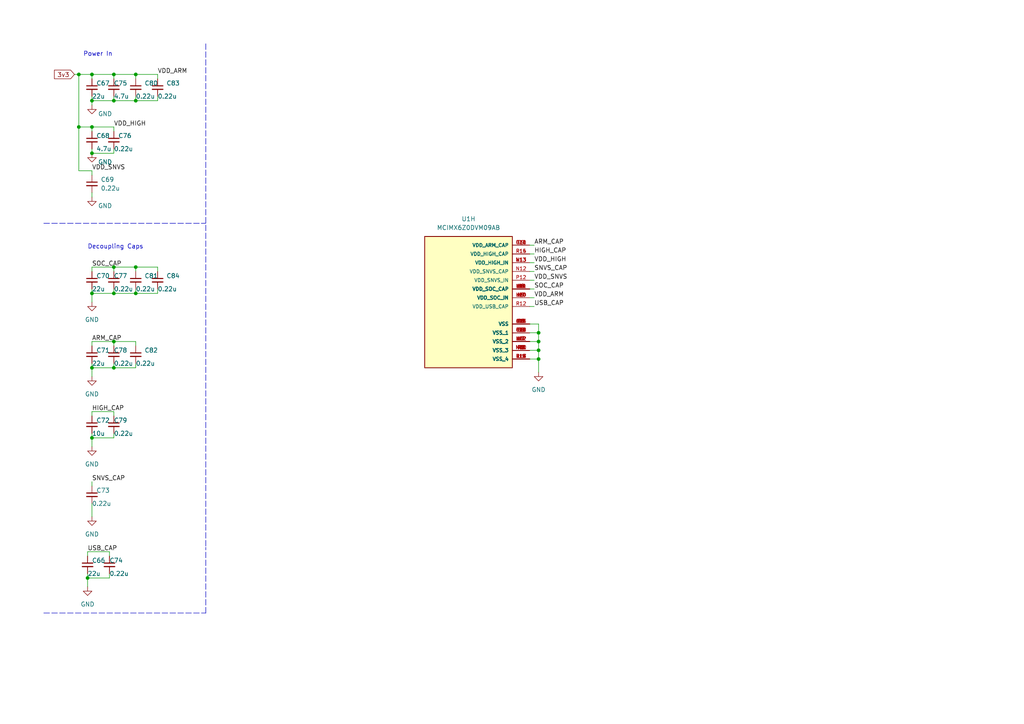
<source format=kicad_sch>
(kicad_sch (version 20211123) (generator eeschema)
  (paper "A4")
  (lib_symbols
    (symbol "Device:C_Small" (pin_numbers hide) (pin_names (offset 0.254) hide)
      (property "Reference" "C" (at 0.254 1.778 0))
      (property "Value" "C_Small" (at 0.254 -2.032 0))
      (symbol "C_Small_0_1"
        (polyline (pts (xy -1.524 -0.508) (xy 1.524 -0.508)) (stroke (width 0.3302)))
        (polyline (pts (xy -1.524 0.508) (xy 1.524 0.508)) (stroke (width 0.3048)))
      )
      (symbol "C_Small_1_1"
        (pin passive line (at 0 2.54 270) (length 2.032) (name "~") (number "1"))
        (pin passive line (at 0 -2.54 90) (length 2.032) (name "~") (number "2"))
      )
    )
    (symbol "MCIMX6Z0DVM09AB:MCIMX6Z0DVM09AB" (pin_names (offset 1.016))
      (property "Reference" "U" (at -33.02 31.75 0))
      (property "Value" "MCIMX6Z0DVM09AB" (at -33.02 -31.75 0))
      (symbol "MCIMX6Z0DVM09AB_1_0"
        (rectangle (start -33.02 -30.48) (end 33.02 30.48) (stroke (width 0.254)) (fill (type background)))
        (pin input clock (at -38.1 -5.08 0) (length 5.08) (name "I2C2_SCL") (number "F17"))
        (pin bidirectional line (at -38.1 -7.62 0) (length 5.08) (name "I2C2_SDA") (number "G13"))
        (pin power_in line (at 38.1 -27.94 180) (length 5.08) (name "NGND_KEL0") (number "M12"))
        (pin input clock (at 38.1 -10.16 180) (length 5.08) (name "JTAG_TCK") (number "M14"))
        (pin input line (at 38.1 -20.32 180) (length 5.08) (name "JTAG_TRST_B") (number "N14"))
        (pin output line (at 38.1 -15.24 180) (length 5.08) (name "JTAG_TDO") (number "N15"))
        (pin input line (at 38.1 -12.7 180) (length 5.08) (name "JTAG_TDI") (number "N16"))
        (pin input line (at -38.1 17.78 0) (length 5.08) (name "TEST_MODE") (number "N7"))
        (pin power_in line (at 38.1 27.94 180) (length 5.08) (name "NVCC_PLL") (number "P13"))
        (pin input line (at 38.1 -17.78 180) (length 5.08) (name "JTAG_TMS") (number "P14"))
        (pin input line (at 38.1 -7.62 180) (length 5.08) (name "JTAG_MOD") (number "P15"))
        (pin input clock (at -38.1 5.08 0) (length 5.08) (name "CCM_CLK1_N") (number "P16"))
        (pin input clock (at -38.1 2.54 0) (length 5.08) (name "CCM_CLK1_P") (number "P17"))
        (pin input line (at -38.1 20.32 0) (length 5.08) (name "POR_B") (number "P8"))
        (pin bidirectional line (at 38.1 22.86 180) (length 5.08) (name "GPANIO") (number "R13"))
        (pin input line (at -38.1 22.86 0) (length 5.08) (name "ONOFF") (number "R8"))
        (pin input line (at -38.1 12.7 0) (length 5.08) (name "BOOT_MODE0") (number "T10"))
        (pin input line (at -38.1 -20.32 0) (length 5.08) (name "RTC_XTALI") (number "T11"))
        (pin power_in line (at 38.1 5.08 180) (length 5.08) (name "USB_OTG1_VBUS") (number "T12"))
        (pin bidirectional line (at 38.1 2.54 180) (length 5.08) (name "USB_OTG2_DN") (number "T13"))
        (pin bidirectional line (at 38.1 10.16 180) (length 5.08) (name "USB_OTG1_DN") (number "T15"))
        (pin input line (at -38.1 -12.7 0) (length 5.08) (name "XTALI") (number "T16"))
        (pin output line (at -38.1 -15.24 0) (length 5.08) (name "XTALO") (number "T17"))
        (pin output line (at 38.1 17.78 180) (length 5.08) (name "SNVS_PMIC_ON_REQ") (number "T9"))
        (pin input line (at -38.1 10.16 0) (length 5.08) (name "BOOT_MODE1") (number "U10"))
        (pin output line (at -38.1 -22.86 0) (length 5.08) (name "RTC_XTALO") (number "U11"))
        (pin power_in line (at 38.1 -2.54 180) (length 5.08) (name "USB_OTG2_VBUS") (number "U12"))
        (pin bidirectional line (at 38.1 0 180) (length 5.08) (name "USB_OTG2_DP") (number "U13"))
        (pin bidirectional line (at 38.1 7.62 180) (length 5.08) (name "USB_OTG1_DP") (number "U15"))
        (pin bidirectional line (at 38.1 12.7 180) (length 5.08) (name "USB_OTG1_CHD_B") (number "U16"))
        (pin output line (at -38.1 0 0) (length 5.08) (name "CCM_PMIC_STBY_REQ") (number "U9"))
      )
      (symbol "MCIMX6Z0DVM09AB_2_0"
        (rectangle (start -25.4 -48.26) (end 25.4 45.72) (stroke (width 0.254)) (fill (type background)))
        (pin output line (at 30.48 17.78 180) (length 5.08) (name "DRAM_ODT1") (number "F1"))
        (pin output line (at 30.48 -43.18 180) (length 5.08) (name "DRAM_ADDR14") (number "G1"))
        (pin output line (at 30.48 -22.86 180) (length 5.08) (name "DRAM_ADDR06") (number "G2"))
        (pin output line (at 30.48 12.7 180) (length 5.08) (name "DRAM_RESET") (number "G4"))
        (pin power_in line (at 30.48 40.64 180) (length 5.08) (name "NVCC_DRAM") (number "G6"))
        (pin output line (at 30.48 7.62 180) (length 5.08) (name "DRAM_SDBA1") (number "H1"))
        (pin output line (at 30.48 -10.16 180) (length 5.08) (name "DRAM_ADDR01") (number "H2"))
        (pin output line (at 30.48 -40.64 180) (length 5.08) (name "DRAM_ADDR13") (number "H3"))
        (pin output line (at 30.48 -25.4 180) (length 5.08) (name "DRAM_ADDR07") (number "H4"))
        (pin output line (at 30.48 27.94 180) (length 5.08) (name "DRAM_CS1_B") (number "H5"))
        (pin power_in line (at 30.48 40.64 180) (length 5.08) (name "NVCC_DRAM") (number "H6"))
        (pin output line (at 30.48 -2.54 180) (length 5.08) (name "DRAM_SDWE_B") (number "J1"))
        (pin output line (at 30.48 33.02 180) (length 5.08) (name "DRAM_CAS_B") (number "J2"))
        (pin output line (at 30.48 0 180) (length 5.08) (name "DRAM_SDCKE1") (number "J3"))
        (pin output line (at 30.48 -27.94 180) (length 5.08) (name "DRAM_ADDR08") (number "J4"))
        (pin power_in line (at 30.48 40.64 180) (length 5.08) (name "NVCC_DRAM") (number "J6"))
        (pin output line (at 30.48 -12.7 180) (length 5.08) (name "DRAM_ADDR02") (number "K1"))
        (pin output line (at 30.48 5.08 180) (length 5.08) (name "DRAM_SDBA2") (number "K2"))
        (pin output line (at 30.48 -35.56 180) (length 5.08) (name "DRAM_ADDR11") (number "K3"))
        (pin output line (at 30.48 -17.78 180) (length 5.08) (name "DRAM_ADDR04") (number "K4"))
        (pin output line (at 30.48 -45.72 180) (length 5.08) (name "DRAM_ADDR15") (number "K5"))
        (pin power_in line (at 30.48 40.64 180) (length 5.08) (name "NVCC_DRAM") (number "K6"))
        (pin output line (at 30.48 -20.32 180) (length 5.08) (name "DRAM_ADDR05") (number "L1"))
        (pin output line (at 30.48 -30.48 180) (length 5.08) (name "DRAM_ADDR09") (number "L2"))
        (pin output line (at 30.48 -38.1 180) (length 5.08) (name "DRAM_ADDR12") (number "L4"))
        (pin output line (at 30.48 -7.62 180) (length 5.08) (name "DRAM_ADDR00") (number "L5"))
        (pin power_in line (at 30.48 40.64 180) (length 5.08) (name "NVCC_DRAM") (number "L6"))
        (pin output line (at 30.48 10.16 180) (length 5.08) (name "DRAM_SDBA0") (number "M1"))
        (pin output line (at 30.48 -15.24 180) (length 5.08) (name "DRAM_ADDR03") (number "M2"))
        (pin output line (at 30.48 2.54 180) (length 5.08) (name "DRAM_SDCKE0") (number "M3"))
        (pin output line (at 30.48 -33.02 180) (length 5.08) (name "DRAM_ADDR10") (number "M4"))
        (pin output line (at 30.48 15.24 180) (length 5.08) (name "DRAM_RAS_B") (number "M5"))
        (pin power_in line (at 30.48 40.64 180) (length 5.08) (name "NVCC_DRAM") (number "M6"))
        (pin output line (at 30.48 20.32 180) (length 5.08) (name "DRAM_ODT0") (number "N1"))
        (pin output line (at 30.48 30.48 180) (length 5.08) (name "DRAM_CS0_B") (number "N2"))
        (pin input line (at -30.48 10.16 0) (length 5.08) (name "DRAM_ZQPAD") (number "N4"))
        (pin power_in line (at 30.48 38.1 180) (length 5.08) (name "NVCC_DRAM_2P5") (number "N6"))
        (pin input clock (at -30.48 30.48 0) (length 5.08) (name "DRAM_SDCLK0_P") (number "P1"))
        (pin input clock (at -30.48 33.02 0) (length 5.08) (name "DRAM_SDCLK0_N") (number "P2"))
        (pin input line (at -30.48 -40.64 0) (length 5.08) (name "DRAM_DATA13") (number "P3"))
        (pin power_in line (at 30.48 43.18 180) (length 5.08) (name "DRAM_VREF") (number "P4"))
        (pin input line (at -30.48 -38.1 0) (length 5.08) (name "DRAM_DATA12") (number "P5"))
        (pin input line (at -30.48 25.4 0) (length 5.08) (name "DRAM_SDQS0_P") (number "P6"))
        (pin input line (at -30.48 22.86 0) (length 5.08) (name "DRAM_SDQS0_N") (number "P7"))
        (pin input line (at -30.48 -45.72 0) (length 5.08) (name "DRAM_DATA15") (number "R1"))
        (pin input line (at -30.48 -43.18 0) (length 5.08) (name "DRAM_DATA14") (number "R2"))
        (pin input line (at -30.48 -35.56 0) (length 5.08) (name "DRAM_DATA11") (number "R4"))
        (pin input line (at -30.48 17.78 0) (length 5.08) (name "DRAM_SDQS1_P") (number "T1"))
        (pin input line (at -30.48 15.24 0) (length 5.08) (name "DRAM_SDQS1_N") (number "T2"))
        (pin output line (at 30.48 22.86 180) (length 5.08) (name "DRAM_DQM1") (number "T3"))
        (pin input line (at -30.48 -7.62 0) (length 5.08) (name "DRAM_DATA00") (number "T4"))
        (pin input line (at -30.48 -22.86 0) (length 5.08) (name "DRAM_DATA06") (number "T5"))
        (pin input line (at -30.48 -12.7 0) (length 5.08) (name "DRAM_DATA02") (number "T6"))
        (pin output line (at 30.48 25.4 180) (length 5.08) (name "DRAM_DQM0") (number "T7"))
        (pin input line (at -30.48 -20.32 0) (length 5.08) (name "DRAM_DATA05") (number "T8"))
        (pin input line (at -30.48 -27.94 0) (length 5.08) (name "DRAM_DATA08") (number "U2"))
        (pin input line (at -30.48 -30.48 0) (length 5.08) (name "DRAM_DATA09") (number "U3"))
        (pin input line (at -30.48 -25.4 0) (length 5.08) (name "DRAM_DATA07") (number "U4"))
        (pin input line (at -30.48 -33.02 0) (length 5.08) (name "DRAM_DATA10") (number "U5"))
        (pin input line (at -30.48 -10.16 0) (length 5.08) (name "DRAM_DATA01") (number "U6"))
        (pin input line (at -30.48 -15.24 0) (length 5.08) (name "DRAM_DATA03") (number "U7"))
        (pin input line (at -30.48 -17.78 0) (length 5.08) (name "DRAM_DATA04") (number "U8"))
      )
      (symbol "MCIMX6Z0DVM09AB_3_0"
        (rectangle (start -20.32 -55.88) (end 20.32 55.88) (stroke (width 0.254)) (fill (type background)))
        (pin bidirectional line (at -25.4 -10.16 0) (length 5.08) (name "GPIO3_IO11") (number "A10"))
        (pin bidirectional line (at -25.4 -17.78 0) (length 5.08) (name "GPIO3_IO14") (number "A11"))
        (pin bidirectional line (at -25.4 -30.48 0) (length 5.08) (name "GPIO3_IO19") (number "A12"))
        (pin bidirectional line (at -25.4 -40.64 0) (length 5.08) (name "GPIO3_IO23") (number "A13"))
        (pin bidirectional line (at -25.4 -50.8 0) (length 5.08) (name "GPIO3_IO27") (number "A14"))
        (pin bidirectional line (at -25.4 17.78 0) (length 5.08) (name "GPIO3_IO00") (number "A8"))
        (pin bidirectional line (at -25.4 2.54 0) (length 5.08) (name "GPIO3_IO06") (number "A9"))
        (pin bidirectional line (at -25.4 -7.62 0) (length 5.08) (name "GPIO3_IO10") (number "B10"))
        (pin bidirectional line (at -25.4 -15.24 0) (length 5.08) (name "GPIO3_IO13") (number "B11"))
        (pin bidirectional line (at -25.4 -27.94 0) (length 5.08) (name "GPIO3_IO18") (number "B12"))
        (pin bidirectional line (at -25.4 -38.1 0) (length 5.08) (name "GPIO3_IO22") (number "B13"))
        (pin bidirectional line (at -25.4 -48.26 0) (length 5.08) (name "GPIO3_IO26") (number "B14"))
        (pin bidirectional line (at -25.4 -53.34 0) (length 5.08) (name "GPIO3_IO28") (number "B16"))
        (pin bidirectional line (at -25.4 15.24 0) (length 5.08) (name "GPIO3_IO01") (number "B8"))
        (pin bidirectional line (at -25.4 5.08 0) (length 5.08) (name "GPIO3_IO05") (number "B9"))
        (pin bidirectional line (at -25.4 -5.08 0) (length 5.08) (name "GPIO3_IO09") (number "C10"))
        (pin bidirectional line (at -25.4 -25.4 0) (length 5.08) (name "GPIO3_IO17") (number "C12"))
        (pin bidirectional line (at -25.4 -35.56 0) (length 5.08) (name "GPIO3_IO21") (number "C13"))
        (pin bidirectional line (at -25.4 -45.72 0) (length 5.08) (name "GPIO3_IO25") (number "C14"))
        (pin bidirectional line (at -25.4 10.16 0) (length 5.08) (name "GPIO3_IO03") (number "C9"))
        (pin bidirectional line (at -25.4 -2.54 0) (length 5.08) (name "GPIO3_IO08") (number "D10"))
        (pin bidirectional line (at -25.4 -12.7 0) (length 5.08) (name "GPIO3_IO12") (number "D11"))
        (pin bidirectional line (at -25.4 -22.86 0) (length 5.08) (name "GPIO3_IO16") (number "D12"))
        (pin bidirectional line (at -25.4 -33.02 0) (length 5.08) (name "GPIO3_IO20") (number "D13"))
        (pin bidirectional line (at -25.4 -43.18 0) (length 5.08) (name "GPIO3_IO24") (number "D14"))
        (pin bidirectional line (at -25.4 12.7 0) (length 5.08) (name "GPIO3_IO02") (number "D9"))
        (pin bidirectional line (at -25.4 0 0) (length 5.08) (name "GPIO3_IO07") (number "E10"))
        (pin bidirectional line (at -25.4 -20.32 0) (length 5.08) (name "GPIO3_IO15") (number "E12"))
        (pin power_in line (at 25.4 50.8 180) (length 5.08) (name "NVCC_GPIO3") (number "E13"))
        (pin bidirectional line (at -25.4 7.62 0) (length 5.08) (name "GPIO3_IO04") (number "E9"))
        (pin power_in line (at 25.4 53.34 180) (length 5.08) (name "NVCC_GPIO") (number "J13"))
        (pin bidirectional line (at -25.4 45.72 0) (length 5.08) (name "GPIO1_IO00") (number "K13"))
        (pin bidirectional line (at -25.4 30.48 0) (length 5.08) (name "GPIO1_IO06") (number "K17"))
        (pin bidirectional line (at -25.4 40.64 0) (length 5.08) (name "GPIO1_IO02") (number "L14"))
        (pin bidirectional line (at -25.4 43.18 0) (length 5.08) (name "GPIO1_IO01") (number "L15"))
        (pin bidirectional line (at -25.4 27.94 0) (length 5.08) (name "GPIO1_IO07") (number "L16"))
        (pin bidirectional line (at -25.4 38.1 0) (length 5.08) (name "GPIO1_IO03") (number "L17"))
        (pin bidirectional line (at -25.4 22.86 0) (length 5.08) (name "GPIO1_IO09") (number "M15"))
        (pin bidirectional line (at -25.4 35.56 0) (length 5.08) (name "GPIO1_IO04") (number "M16"))
        (pin bidirectional line (at -25.4 33.02 0) (length 5.08) (name "GPIO1_IO05") (number "M17"))
        (pin bidirectional line (at 25.4 27.94 180) (length 5.08) (name "GPIO5_IO07") (number "N10"))
        (pin bidirectional line (at 25.4 30.48 180) (length 5.08) (name "GPIO5_IO06") (number "N11"))
        (pin bidirectional line (at -25.4 25.4 0) (length 5.08) (name "GPIO1_IO08") (number "N17"))
        (pin bidirectional line (at 25.4 33.02 180) (length 5.08) (name "GPIO5_IO05") (number "N8"))
        (pin bidirectional line (at 25.4 25.4 180) (length 5.08) (name "GPIO5_IO08") (number "N9"))
        (pin bidirectional line (at 25.4 38.1 180) (length 5.08) (name "GPIO5_IO03") (number "P10"))
        (pin bidirectional line (at 25.4 40.64 180) (length 5.08) (name "GPIO5_IO02") (number "P11"))
        (pin bidirectional line (at 25.4 35.56 180) (length 5.08) (name "GPIO5_IO04") (number "P9"))
        (pin bidirectional line (at 25.4 45.72 180) (length 5.08) (name "GPIO5_IO00") (number "R10"))
        (pin bidirectional line (at 25.4 22.86 180) (length 5.08) (name "GPIO5_IO09") (number "R6"))
        (pin bidirectional line (at 25.4 43.18 180) (length 5.08) (name "GPIO5_IO01") (number "R9"))
      )
      (symbol "MCIMX6Z0DVM09AB_4_0"
        (rectangle (start -25.4 -25.4) (end 25.4 25.4) (stroke (width 0.254)) (fill (type background)))
        (pin input line (at -30.48 -10.16 0) (length 5.08) (name "UART3_RTS_B") (number "G14"))
        (pin output line (at -30.48 -20.32 0) (length 5.08) (name "UART4_RX_DATA") (number "G16"))
        (pin input line (at -30.48 -22.86 0) (length 5.08) (name "UART4_TX_DATA") (number "G17"))
        (pin power_in line (at 30.48 22.86 180) (length 5.08) (name "NVCC_UART") (number "H13"))
        (pin input line (at -30.48 2.54 0) (length 5.08) (name "UART2_RTS_B") (number "H14"))
        (pin input line (at -30.48 -7.62 0) (length 5.08) (name "UART3_CTS_B") (number "H15"))
        (pin output line (at -30.48 -12.7 0) (length 5.08) (name "UART3_RX_DATA") (number "H16"))
        (pin input line (at -30.48 -15.24 0) (length 5.08) (name "UART3_TX_DATA") (number "H17"))
        (pin input line (at -30.48 15.24 0) (length 5.08) (name "UART1_RTS_B") (number "J14"))
        (pin input line (at -30.48 5.08 0) (length 5.08) (name "UART2_CTS_B") (number "J15"))
        (pin output line (at -30.48 0 0) (length 5.08) (name "UART2_RX_DATA") (number "J16"))
        (pin input line (at -30.48 -2.54 0) (length 5.08) (name "UART2_TX_DATA") (number "J17"))
        (pin input line (at -30.48 10.16 0) (length 5.08) (name "UART1_TX_DATA") (number "K14"))
        (pin input line (at -30.48 17.78 0) (length 5.08) (name "UART1_CTS_B") (number "K15"))
        (pin output line (at -30.48 12.7 0) (length 5.08) (name "UART1_RX_DATA") (number "K16"))
      )
      (symbol "MCIMX6Z0DVM09AB_5_0"
        (rectangle (start -22.86 -27.94) (end 22.86 25.4) (stroke (width 0.254)) (fill (type background)))
        (pin input line (at -27.94 2.54 0) (length 5.08) (name "NAND_READY_B") (number "A3"))
        (pin input line (at -27.94 10.16 0) (length 5.08) (name "NAND_CLE") (number "A4"))
        (pin bidirectional line (at -27.94 -25.4 0) (length 5.08) (name "NAND_DATA07") (number "A5"))
        (pin bidirectional line (at -27.94 -22.86 0) (length 5.08) (name "NAND_DATA06") (number "A6"))
        (pin bidirectional line (at -27.94 -12.7 0) (length 5.08) (name "NAND_DATA02") (number "A7"))
        (pin input line (at -27.94 17.78 0) (length 5.08) (name "NAND_ALE") (number "B4"))
        (pin input line (at -27.94 12.7 0) (length 5.08) (name "NAND_CE1_B") (number "B5"))
        (pin bidirectional line (at -27.94 -20.32 0) (length 5.08) (name "NAND_DATA05") (number "B6"))
        (pin bidirectional line (at -27.94 -10.16 0) (length 5.08) (name "NAND_DATA01") (number "B7"))
        (pin input line (at -27.94 15.24 0) (length 5.08) (name "NAND_CE0_B") (number "C5"))
        (pin bidirectional line (at -27.94 -17.78 0) (length 5.08) (name "NAND_DATA04") (number "C6"))
        (pin input line (at -27.94 0 0) (length 5.08) (name "NAND_WE_B") (number "C8"))
        (pin input line (at -27.94 -2.54 0) (length 5.08) (name "NAND_WP_B") (number "D5"))
        (pin bidirectional line (at -27.94 -15.24 0) (length 5.08) (name "NAND_DATA03") (number "D6"))
        (pin bidirectional line (at -27.94 -7.62 0) (length 5.08) (name "NAND_DATA00") (number "D7"))
        (pin input line (at -27.94 5.08 0) (length 5.08) (name "NAND_RE_B") (number "D8"))
        (pin input line (at -27.94 7.62 0) (length 5.08) (name "NAND_DQS") (number "E6"))
        (pin power_in line (at 27.94 22.86 180) (length 5.08) (name "NVCC_NAND") (number "E7"))
      )
      (symbol "MCIMX6Z0DVM09AB_6_0"
        (rectangle (start -17.78 -27.94) (end 17.78 30.48) (stroke (width 0.254)) (fill (type background)))
        (pin bidirectional line (at -22.86 7.62 0) (length 5.08) (name "SD1_DATA3") (number "A2"))
        (pin bidirectional line (at -22.86 10.16 0) (length 5.08) (name "SD1_DATA2") (number "B1"))
        (pin bidirectional line (at -22.86 12.7 0) (length 5.08) (name "SD1_DATA1") (number "B2"))
        (pin bidirectional line (at -22.86 15.24 0) (length 5.08) (name "SD1_DATA0") (number "B3"))
        (pin input clock (at -22.86 20.32 0) (length 5.08) (name "SD1_CLK") (number "C1"))
        (pin input line (at -22.86 17.78 0) (length 5.08) (name "SD1_CMD") (number "C2"))
        (pin power_in line (at 22.86 27.94 180) (length 5.08) (name "NVCC_SD1") (number "C4"))
        (pin bidirectional line (at -22.86 -25.4 0) (length 5.08) (name "SD2_DATA7") (number "D1"))
        (pin bidirectional line (at -22.86 -22.86 0) (length 5.08) (name "SD2_DATA6") (number "D2"))
        (pin bidirectional line (at -22.86 -20.32 0) (length 5.08) (name "SD2_DATA5") (number "D3"))
        (pin bidirectional line (at -22.86 -17.78 0) (length 5.08) (name "SD2_DATA4") (number "D4"))
        (pin bidirectional line (at -22.86 -15.24 0) (length 5.08) (name "SD2_DATA3") (number "E1"))
        (pin bidirectional line (at -22.86 -12.7 0) (length 5.08) (name "SD2_DATA2") (number "E2"))
        (pin bidirectional line (at -22.86 -10.16 0) (length 5.08) (name "SD2_DATA1") (number "E3"))
        (pin bidirectional line (at -22.86 -7.62 0) (length 5.08) (name "SD2_DATA0") (number "E4"))
        (pin input line (at -22.86 -5.08 0) (length 5.08) (name "SD2_WP") (number "E5"))
        (pin input clock (at -22.86 0 0) (length 5.08) (name "SD2_CLK") (number "F2"))
        (pin input line (at -22.86 -2.54 0) (length 5.08) (name "SD2_CMD") (number "F3"))
        (pin power_in line (at 22.86 25.4 180) (length 5.08) (name "NVCC_SD2") (number "F4"))
        (pin input line (at -22.86 2.54 0) (length 5.08) (name "SD2_CD_B") (number "F5"))
      )
      (symbol "MCIMX6Z0DVM09AB_7_0"
        (rectangle (start -15.24 -25.4) (end 15.24 25.4) (stroke (width 0.254)) (fill (type background)))
        (pin input line (at -20.32 5.08 0) (length 5.08) (name "KPP_COL5") (number "A15"))
        (pin input line (at -20.32 -20.32 0) (length 5.08) (name "KPP_ROW6") (number "A16"))
        (pin input line (at -20.32 2.54 0) (length 5.08) (name "KPP_COL6") (number "B15"))
        (pin input line (at -20.32 -17.78 0) (length 5.08) (name "KPP_ROW5") (number "B17"))
        (pin input line (at -20.32 7.62 0) (length 5.08) (name "KPP_COL4") (number "C16"))
        (pin input line (at -20.32 -15.24 0) (length 5.08) (name "KPP_ROW4") (number "C17"))
        (pin input line (at -20.32 10.16 0) (length 5.08) (name "KPP_COL3") (number "D15"))
        (pin input line (at -20.32 0 0) (length 5.08) (name "KPP_COL7") (number "D16"))
        (pin input line (at -20.32 -22.86 0) (length 5.08) (name "KPP_ROW7") (number "D17"))
        (pin input line (at -20.32 -10.16 0) (length 5.08) (name "KPP_ROW2") (number "E14"))
        (pin input line (at -20.32 15.24 0) (length 5.08) (name "KPP_COL1") (number "E15"))
        (pin input line (at -20.32 -7.62 0) (length 5.08) (name "KPP_ROW1") (number "E16"))
        (pin input line (at -20.32 17.78 0) (length 5.08) (name "KPP_COL0") (number "E17"))
        (pin power_in line (at 20.32 22.86 180) (length 5.08) (name "NVCC_KPP") (number "F13"))
        (pin input line (at -20.32 -12.7 0) (length 5.08) (name "KPP_ROW3") (number "F14"))
        (pin input line (at -20.32 12.7 0) (length 5.08) (name "KPP_COL2") (number "F15"))
        (pin input line (at -20.32 -5.08 0) (length 5.08) (name "KPP_ROW0") (number "F16"))
      )
      (symbol "MCIMX6Z0DVM09AB_8_0"
        (rectangle (start -12.7 -20.32) (end 12.7 17.78) (stroke (width 0.254)) (fill (type background)))
        (pin power_in line (at 17.78 -7.62 180) (length 5.08) (name "VSS") (number "A1"))
        (pin power_in line (at 17.78 -7.62 180) (length 5.08) (name "VSS") (number "A17"))
        (pin power_in line (at 17.78 -7.62 180) (length 5.08) (name "VSS") (number "C11"))
        (pin power_in line (at 17.78 -7.62 180) (length 5.08) (name "VSS") (number "C15"))
        (pin power_in line (at 17.78 -7.62 180) (length 5.08) (name "VSS") (number "C3"))
        (pin power_in line (at 17.78 -7.62 180) (length 5.08) (name "VSS") (number "C7"))
        (pin power_in line (at 17.78 -7.62 180) (length 5.08) (name "VSS") (number "E11"))
        (pin power_in line (at 17.78 -7.62 180) (length 5.08) (name "VSS") (number "E8"))
        (pin power_in line (at 17.78 -10.16 180) (length 5.08) (name "VSS_1") (number "F10"))
        (pin power_in line (at 17.78 -10.16 180) (length 5.08) (name "VSS_1") (number "F11"))
        (pin power_in line (at 17.78 -10.16 180) (length 5.08) (name "VSS_1") (number "F12"))
        (pin power_in line (at 17.78 -7.62 180) (length 5.08) (name "VSS") (number "F6"))
        (pin power_in line (at 17.78 -7.62 180) (length 5.08) (name "VSS") (number "F7"))
        (pin power_in line (at 17.78 -10.16 180) (length 5.08) (name "VSS_1") (number "F8"))
        (pin power_in line (at 17.78 -10.16 180) (length 5.08) (name "VSS_1") (number "F9"))
        (pin power_in line (at 17.78 15.24 180) (length 5.08) (name "VDD_ARM_CAP") (number "G10"))
        (pin power_in line (at 17.78 15.24 180) (length 5.08) (name "VDD_ARM_CAP") (number "G11"))
        (pin power_in line (at 17.78 -10.16 180) (length 5.08) (name "VSS_1") (number "G12"))
        (pin power_in line (at 17.78 -10.16 180) (length 5.08) (name "VSS_1") (number "G15"))
        (pin power_in line (at 17.78 -10.16 180) (length 5.08) (name "VSS_1") (number "G3"))
        (pin power_in line (at 17.78 -10.16 180) (length 5.08) (name "VSS_1") (number "G5"))
        (pin power_in line (at 17.78 -10.16 180) (length 5.08) (name "VSS_1") (number "G7"))
        (pin power_in line (at 17.78 2.54 180) (length 5.08) (name "VDD_SOC_CAP") (number "G8"))
        (pin power_in line (at 17.78 15.24 180) (length 5.08) (name "VDD_ARM_CAP") (number "G9"))
        (pin power_in line (at 17.78 0 180) (length 5.08) (name "VDD_SOC_IN") (number "H10"))
        (pin power_in line (at 17.78 15.24 180) (length 5.08) (name "VDD_ARM_CAP") (number "H11"))
        (pin power_in line (at 17.78 -12.7 180) (length 5.08) (name "VSS_2") (number "H12"))
        (pin power_in line (at 17.78 -12.7 180) (length 5.08) (name "VSS_2") (number "H7"))
        (pin power_in line (at 17.78 2.54 180) (length 5.08) (name "VDD_SOC_CAP") (number "H8"))
        (pin power_in line (at 17.78 0 180) (length 5.08) (name "VDD_SOC_IN") (number "H9"))
        (pin power_in line (at 17.78 0 180) (length 5.08) (name "VDD_SOC_IN") (number "J10"))
        (pin power_in line (at 17.78 2.54 180) (length 5.08) (name "VDD_SOC_CAP") (number "J11"))
        (pin power_in line (at 17.78 -12.7 180) (length 5.08) (name "VSS_2") (number "J12"))
        (pin power_in line (at 17.78 -12.7 180) (length 5.08) (name "VSS_2") (number "J5"))
        (pin power_in line (at 17.78 -12.7 180) (length 5.08) (name "VSS_2") (number "J7"))
        (pin power_in line (at 17.78 2.54 180) (length 5.08) (name "VDD_SOC_CAP") (number "J8"))
        (pin power_in line (at 17.78 0 180) (length 5.08) (name "VDD_SOC_IN") (number "J9"))
        (pin power_in line (at 17.78 0 180) (length 5.08) (name "VDD_SOC_IN") (number "K10"))
        (pin power_in line (at 17.78 2.54 180) (length 5.08) (name "VDD_SOC_CAP") (number "K11"))
        (pin power_in line (at 17.78 -12.7 180) (length 5.08) (name "VSS_2") (number "K12"))
        (pin power_in line (at 17.78 -12.7 180) (length 5.08) (name "VSS_2") (number "K7"))
        (pin power_in line (at 17.78 2.54 180) (length 5.08) (name "VDD_SOC_CAP") (number "K8"))
        (pin power_in line (at 17.78 0 180) (length 5.08) (name "VDD_SOC_IN") (number "K9"))
        (pin power_in line (at 17.78 2.54 180) (length 5.08) (name "VDD_SOC_CAP") (number "L10"))
        (pin power_in line (at 17.78 2.54 180) (length 5.08) (name "VDD_SOC_CAP") (number "L11"))
        (pin power_in line (at 17.78 -12.7 180) (length 5.08) (name "VSS_2") (number "L12"))
        (pin power_in line (at 17.78 10.16 180) (length 5.08) (name "VDD_HIGH_IN") (number "L13"))
        (pin power_in line (at 17.78 -12.7 180) (length 5.08) (name "VSS_2") (number "L3"))
        (pin power_in line (at 17.78 -12.7 180) (length 5.08) (name "VSS_2") (number "L7"))
        (pin power_in line (at 17.78 2.54 180) (length 5.08) (name "VDD_SOC_CAP") (number "L8"))
        (pin power_in line (at 17.78 2.54 180) (length 5.08) (name "VDD_SOC_CAP") (number "L9"))
        (pin power_in line (at 17.78 -15.24 180) (length 5.08) (name "VSS_3") (number "M10"))
        (pin power_in line (at 17.78 -15.24 180) (length 5.08) (name "VSS_3") (number "M11"))
        (pin power_in line (at 17.78 10.16 180) (length 5.08) (name "VDD_HIGH_IN") (number "M13"))
        (pin power_in line (at 17.78 -15.24 180) (length 5.08) (name "VSS_3") (number "M7"))
        (pin power_in line (at 17.78 -15.24 180) (length 5.08) (name "VSS_3") (number "M8"))
        (pin power_in line (at 17.78 -15.24 180) (length 5.08) (name "VSS_3") (number "M9"))
        (pin power_in line (at 17.78 7.62 180) (length 5.08) (name "VDD_SNVS_CAP") (number "N12"))
        (pin power_in line (at 17.78 10.16 180) (length 5.08) (name "VDD_HIGH_IN") (number "N13"))
        (pin power_in line (at 17.78 -15.24 180) (length 5.08) (name "VSS_3") (number "N3"))
        (pin power_in line (at 17.78 -15.24 180) (length 5.08) (name "VSS_3") (number "N5"))
        (pin power_in line (at 17.78 5.08 180) (length 5.08) (name "VDD_SNVS_IN") (number "P12"))
        (pin power_in line (at 17.78 -17.78 180) (length 5.08) (name "VSS_4") (number "R11"))
        (pin power_in line (at 17.78 -2.54 180) (length 5.08) (name "VDD_USB_CAP") (number "R12"))
        (pin power_in line (at 17.78 12.7 180) (length 5.08) (name "VDD_HIGH_CAP") (number "R14"))
        (pin power_in line (at 17.78 12.7 180) (length 5.08) (name "VDD_HIGH_CAP") (number "R15"))
        (pin power_in line (at 17.78 -17.78 180) (length 5.08) (name "VSS_4") (number "R16"))
        (pin power_in line (at 17.78 -17.78 180) (length 5.08) (name "VSS_4") (number "R17"))
        (pin power_in line (at 17.78 -15.24 180) (length 5.08) (name "VSS_3") (number "R3"))
        (pin power_in line (at 17.78 -15.24 180) (length 5.08) (name "VSS_3") (number "R5"))
        (pin power_in line (at 17.78 -15.24 180) (length 5.08) (name "VSS_3") (number "R7"))
        (pin power_in line (at 17.78 -17.78 180) (length 5.08) (name "VSS_4") (number "T14"))
        (pin power_in line (at 17.78 -17.78 180) (length 5.08) (name "VSS_4") (number "U1"))
        (pin power_in line (at 17.78 -17.78 180) (length 5.08) (name "VSS_4") (number "U14"))
        (pin power_in line (at 17.78 -17.78 180) (length 5.08) (name "VSS_4") (number "U17"))
      )
    )
    (symbol "power:GND" (power) (pin_names (offset 0))
      (property "Value" "GND" (at 0 -3.81 0))
      (symbol "GND_0_1"
        (polyline (pts (xy 0 0) (xy 0 -1.27) (xy 1.27 -1.27) (xy 0 -2.54) (xy -1.27 -1.27) (xy 0 -1.27)))
      )
      (symbol "GND_1_1"
        (pin power_in line (at 0 0 270) (length 0) hide (name "GND") (number "1"))
      )
    )
  )
  (junction (at 156.21 96.52))
  (junction (at 26.67 29.21))
  (junction (at 26.67 127))
  (junction (at 26.67 106.68))
  (junction (at 33.02 106.68))
  (junction (at 39.37 77.47))
  (junction (at 33.02 99.06))
  (junction (at 39.37 21.59))
  (junction (at 33.02 21.59))
  (junction (at 33.02 85.09))
  (junction (at 156.21 99.06))
  (junction (at 33.02 77.47))
  (junction (at 39.37 29.21))
  (junction (at 26.67 36.83))
  (junction (at 25.4 167.64))
  (junction (at 26.67 44.45))
  (junction (at 156.21 104.14))
  (junction (at 156.21 101.6))
  (junction (at 26.67 85.09))
  (junction (at 33.02 29.21))
  (junction (at 22.86 36.83))
  (junction (at 22.86 21.59))
  (junction (at 26.67 21.59))
  (junction (at 39.37 85.09))
  (wire (pts (xy 26.67 36.83) (xy 22.86 36.83)))
  (wire (pts (xy 25.4 160.02) (xy 25.4 161.29)))
  (wire (pts (xy 153.67 101.6) (xy 156.21 101.6)))
  (wire (pts (xy 39.37 105.41) (xy 39.37 106.68)))
  (wire (pts (xy 26.67 85.09) (xy 26.67 87.63)))
  (wire (pts (xy 26.67 77.47) (xy 33.02 77.47)))
  (wire (pts (xy 26.67 29.21) (xy 26.67 30.48)))
  (wire (pts (xy 39.37 21.59) (xy 39.37 22.86)))
  (wire (pts (xy 26.67 139.7) (xy 26.67 140.97)))
  (wire (pts (xy 156.21 104.14) (xy 156.21 107.95)))
  (polyline (pts (xy 12.7 64.77) (xy 58.42 64.77)))
  (wire (pts (xy 33.02 106.68) (xy 39.37 106.68)))
  (wire (pts (xy 26.67 85.09) (xy 33.02 85.09)))
  (wire (pts (xy 153.67 76.2) (xy 154.94 76.2)))
  (wire (pts (xy 153.67 81.28) (xy 154.94 81.28)))
  (wire (pts (xy 22.86 36.83) (xy 22.86 49.53)))
  (wire (pts (xy 33.02 21.59) (xy 39.37 21.59)))
  (wire (pts (xy 45.72 85.09) (xy 45.72 83.82)))
  (wire (pts (xy 33.02 125.73) (xy 33.02 127)))
  (wire (pts (xy 33.02 44.45) (xy 26.67 44.45)))
  (wire (pts (xy 25.4 166.37) (xy 25.4 167.64)))
  (wire (pts (xy 39.37 29.21) (xy 45.72 29.21)))
  (polyline (pts (xy 59.69 12.7) (xy 59.69 158.75)))
  (wire (pts (xy 26.67 55.88) (xy 26.67 57.15)))
  (wire (pts (xy 26.67 27.94) (xy 26.67 29.21)))
  (wire (pts (xy 39.37 21.59) (xy 45.72 21.59)))
  (wire (pts (xy 26.67 127) (xy 33.02 127)))
  (wire (pts (xy 26.67 43.18) (xy 26.67 44.45)))
  (wire (pts (xy 31.75 160.02) (xy 31.75 161.29)))
  (wire (pts (xy 22.86 36.83) (xy 22.86 21.59)))
  (wire (pts (xy 39.37 83.82) (xy 39.37 85.09)))
  (wire (pts (xy 26.67 106.68) (xy 26.67 109.22)))
  (wire (pts (xy 26.67 50.8) (xy 26.67 49.53)))
  (wire (pts (xy 26.67 119.38) (xy 26.67 120.65)))
  (wire (pts (xy 45.72 21.59) (xy 45.72 22.86)))
  (wire (pts (xy 26.67 49.53) (xy 22.86 49.53)))
  (wire (pts (xy 45.72 77.47) (xy 45.72 78.74)))
  (polyline (pts (xy 12.7 177.8) (xy 59.69 177.8)))
  (wire (pts (xy 25.4 167.64) (xy 31.75 167.64)))
  (wire (pts (xy 45.72 29.21) (xy 45.72 27.94)))
  (wire (pts (xy 156.21 99.06) (xy 156.21 101.6)))
  (wire (pts (xy 26.67 127) (xy 26.67 129.54)))
  (wire (pts (xy 21.59 21.59) (xy 22.86 21.59)))
  (wire (pts (xy 33.02 29.21) (xy 39.37 29.21)))
  (wire (pts (xy 39.37 77.47) (xy 45.72 77.47)))
  (wire (pts (xy 31.75 166.37) (xy 31.75 167.64)))
  (wire (pts (xy 26.67 29.21) (xy 33.02 29.21)))
  (wire (pts (xy 33.02 85.09) (xy 39.37 85.09)))
  (wire (pts (xy 153.67 88.9) (xy 154.94 88.9)))
  (wire (pts (xy 153.67 73.66) (xy 154.94 73.66)))
  (polyline (pts (xy 59.69 177.8) (xy 59.69 158.75)))
  (wire (pts (xy 22.86 21.59) (xy 26.67 21.59)))
  (wire (pts (xy 33.02 99.06) (xy 33.02 100.33)))
  (wire (pts (xy 26.67 99.06) (xy 33.02 99.06)))
  (wire (pts (xy 26.67 146.05) (xy 26.67 149.86)))
  (wire (pts (xy 26.67 83.82) (xy 26.67 85.09)))
  (wire (pts (xy 33.02 77.47) (xy 33.02 78.74)))
  (wire (pts (xy 26.67 77.47) (xy 26.67 78.74)))
  (wire (pts (xy 153.67 78.74) (xy 154.94 78.74)))
  (wire (pts (xy 39.37 77.47) (xy 39.37 78.74)))
  (wire (pts (xy 153.67 104.14) (xy 156.21 104.14)))
  (wire (pts (xy 39.37 99.06) (xy 39.37 100.33)))
  (wire (pts (xy 33.02 119.38) (xy 33.02 120.65)))
  (wire (pts (xy 33.02 21.59) (xy 33.02 22.86)))
  (wire (pts (xy 26.67 99.06) (xy 26.67 100.33)))
  (wire (pts (xy 25.4 167.64) (xy 25.4 170.18)))
  (wire (pts (xy 39.37 85.09) (xy 45.72 85.09)))
  (wire (pts (xy 153.67 96.52) (xy 156.21 96.52)))
  (wire (pts (xy 26.67 36.83) (xy 26.67 38.1)))
  (wire (pts (xy 26.67 119.38) (xy 33.02 119.38)))
  (polyline (pts (xy 58.42 64.77) (xy 59.69 64.77)))
  (wire (pts (xy 153.67 83.82) (xy 154.94 83.82)))
  (wire (pts (xy 153.67 99.06) (xy 156.21 99.06)))
  (wire (pts (xy 33.02 83.82) (xy 33.02 85.09)))
  (wire (pts (xy 26.67 36.83) (xy 33.02 36.83)))
  (wire (pts (xy 153.67 86.36) (xy 154.94 86.36)))
  (wire (pts (xy 26.67 106.68) (xy 33.02 106.68)))
  (wire (pts (xy 33.02 77.47) (xy 39.37 77.47)))
  (wire (pts (xy 26.67 21.59) (xy 33.02 21.59)))
  (wire (pts (xy 33.02 27.94) (xy 33.02 29.21)))
  (wire (pts (xy 156.21 101.6) (xy 156.21 104.14)))
  (wire (pts (xy 25.4 160.02) (xy 31.75 160.02)))
  (wire (pts (xy 153.67 71.12) (xy 154.94 71.12)))
  (wire (pts (xy 33.02 43.18) (xy 33.02 44.45)))
  (wire (pts (xy 156.21 93.98) (xy 156.21 96.52)))
  (wire (pts (xy 26.67 105.41) (xy 26.67 106.68)))
  (wire (pts (xy 26.67 125.73) (xy 26.67 127)))
  (wire (pts (xy 33.02 105.41) (xy 33.02 106.68)))
  (wire (pts (xy 26.67 21.59) (xy 26.67 22.86)))
  (wire (pts (xy 153.67 93.98) (xy 156.21 93.98)))
  (wire (pts (xy 156.21 96.52) (xy 156.21 99.06)))
  (wire (pts (xy 33.02 99.06) (xy 39.37 99.06)))
  (wire (pts (xy 33.02 36.83) (xy 33.02 38.1)))
  (wire (pts (xy 39.37 27.94) (xy 39.37 29.21)))
  (text "Power In\n" (at 24.13 16.51 0) (effects (font (size 1.27 1.27)) (justify left bottom)))
  (text "Decoupling Caps" (at 25.4 72.39 0) (effects (font (size 1.27 1.27)) (justify left bottom)))
  (label "USB_CAP" (at 154.94 88.9 0))
  (label "SNVS_CAP" (at 154.94 78.74 0))
  (label "SNVS_CAP" (at 26.67 139.7 0))
  (label "SOC_CAP" (at 26.67 77.47 0))
  (label "USB_CAP" (at 25.4 160.02 0))
  (label "ARM_CAP" (at 154.94 71.12 0))
  (label "VDD_ARM" (at 154.94 86.36 0))
  (label "SOC_CAP" (at 154.94 83.82 0))
  (label "VDD_HIGH" (at 33.02 36.83 0))
  (label "VDD_ARM" (at 45.72 21.59 0))
  (label "ARM_CAP" (at 26.67 99.06 0))
  (label "VDD_SNVS" (at 154.94 81.28 0))
  (label "VDD_HIGH" (at 154.94 76.2 0))
  (label "VDD_SNVS" (at 26.67 49.53 0))
  (label "HIGH_CAP" (at 26.67 119.38 0))
  (label "HIGH_CAP" (at 154.94 73.66 0))
  (global_label "3v3" (shape input) (at 21.59 21.59 180) (property "Intersheet References" "${INTERSHEET_REFS}" (effects hide)))
  (symbol (lib_id "power:GND") (at 26.67 129.54 0) (unit 1)
    (property "Reference" "#PWR0158" (effects hide))
    (property "Value" "GND" (at 26.67 134.62 0))
  )
  (symbol (lib_id "Device:C_Small") (at 33.02 102.87 0) (unit 1)
    (property "Reference" "C78" (at 33.02 101.6 0) (effects (justify left)))
    (property "Value" "0.22u" (at 33.02 105.41 0) (effects (justify left)))
    (property "Footprint" "Capacitor_SMD:C_0402_1005Metric" (effects hide))
  )
  (symbol (lib_id "Device:C_Small") (at 26.67 53.34 0) (unit 1)
    (property "Reference" "C69" (at 29.21 52.0762 0) (effects (justify left)))
    (property "Value" "0.22u" (at 29.21 54.6162 0) (effects (justify left)))
    (property "Footprint" "Capacitor_SMD:C_0402_1005Metric" (effects hide))
  )
  (symbol (lib_id "power:GND") (at 26.67 57.15 0) (unit 1)
    (property "Reference" "#PWR0160" (effects hide))
    (property "Value" "GND" (at 30.48 59.69 0))
  )
  (symbol (lib_id "Device:C_Small") (at 26.67 40.64 0) (unit 1)
    (property "Reference" "C68" (at 27.94 39.37 0) (effects (justify left)))
    (property "Value" "4.7u" (at 27.94 43.18 0) (effects (justify left)))
    (property "Footprint" "Capacitor_SMD:C_0805_2012Metric" (effects hide))
  )
  (symbol (lib_id "power:GND") (at 26.67 44.45 0) (unit 1)
    (property "Reference" "#PWR0161" (effects hide))
    (property "Value" "GND" (at 30.48 46.99 0))
  )
  (symbol (lib_id "Device:C_Small") (at 33.02 123.19 0) (unit 1)
    (property "Reference" "C79" (at 33.02 121.92 0) (effects (justify left)))
    (property "Value" "0.22u" (at 33.02 125.73 0) (effects (justify left)))
    (property "Footprint" "Capacitor_SMD:C_0402_1005Metric" (effects hide))
  )
  (symbol (lib_id "power:GND") (at 26.67 30.48 0) (unit 1)
    (property "Reference" "#PWR0159" (effects hide))
    (property "Value" "GND" (at 30.48 33.02 0))
  )
  (symbol (lib_id "Device:C_Small") (at 26.67 25.4 0) (unit 1)
    (property "Reference" "C67" (at 27.94 24.13 0) (effects (justify left)))
    (property "Value" "22u" (at 26.67 27.94 0) (effects (justify left)))
    (property "Footprint" "Capacitor_SMD:C_0805_2012Metric" (effects hide))
  )
  (symbol (lib_id "Device:C_Small") (at 33.02 25.4 0) (unit 1)
    (property "Reference" "C75" (at 33.02 24.13 0) (effects (justify left)))
    (property "Value" "4.7u" (at 33.02 27.94 0) (effects (justify left)))
    (property "Footprint" "Capacitor_SMD:C_0805_2012Metric" (effects hide))
  )
  (symbol (lib_id "power:GND") (at 26.67 149.86 0) (unit 1)
    (property "Reference" "#PWR0156" (effects hide))
    (property "Value" "GND" (at 26.67 154.94 0))
  )
  (symbol (lib_id "Device:C_Small") (at 31.75 163.83 0) (unit 1)
    (property "Reference" "C74" (at 31.75 162.56 0) (effects (justify left)))
    (property "Value" "0.22u" (at 31.75 166.37 0) (effects (justify left)))
    (property "Footprint" "Capacitor_SMD:C_0402_1005Metric" (effects hide))
  )
  (symbol (lib_id "power:GND") (at 156.21 107.95 0) (unit 1)
    (property "Reference" "#PWR0162" (effects hide))
    (property "Value" "GND" (at 156.21 113.03 0))
  )
  (symbol (lib_id "power:GND") (at 26.67 87.63 0) (unit 1)
    (property "Reference" "#PWR0163" (effects hide))
    (property "Value" "GND" (at 26.67 92.71 0))
  )
  (symbol (lib_id "Device:C_Small") (at 39.37 102.87 0) (unit 1)
    (property "Reference" "C82" (at 41.91 101.6062 0) (effects (justify left)))
    (property "Value" "0.22u" (at 39.37 105.41 0) (effects (justify left)))
    (property "Footprint" "Capacitor_SMD:C_0402_1005Metric" (effects hide))
  )
  (symbol (lib_id "Device:C_Small") (at 45.72 81.28 0) (unit 1)
    (property "Reference" "C84" (at 48.26 80.01 0) (effects (justify left)))
    (property "Value" "0.22u" (at 45.72 83.82 0) (effects (justify left)))
    (property "Footprint" "Capacitor_SMD:C_0402_1005Metric" (effects hide))
  )
  (symbol (lib_id "Device:C_Small") (at 33.02 40.64 0) (unit 1)
    (property "Reference" "C76" (at 34.29 39.37 0) (effects (justify left)))
    (property "Value" "0.22u" (at 33.02 43.18 0) (effects (justify left)))
    (property "Footprint" "Capacitor_SMD:C_0402_1005Metric" (effects hide))
  )
  (symbol (lib_id "Device:C_Small") (at 39.37 81.28 0) (unit 1)
    (property "Reference" "C81" (at 41.91 80.0162 0) (effects (justify left)))
    (property "Value" "0.22u" (at 39.37 83.82 0) (effects (justify left)))
    (property "Footprint" "Capacitor_SMD:C_0402_1005Metric" (effects hide))
  )
  (symbol (lib_id "Device:C_Small") (at 26.67 123.19 0) (unit 1)
    (property "Reference" "C72" (at 27.94 121.92 0) (effects (justify left)))
    (property "Value" "10u" (at 26.67 125.73 0) (effects (justify left)))
    (property "Footprint" "Capacitor_SMD:C_0805_2012Metric" (effects hide))
  )
  (symbol (lib_id "Device:C_Small") (at 26.67 143.51 0) (unit 1)
    (property "Reference" "C73" (at 27.94 142.24 0) (effects (justify left)))
    (property "Value" "0.22u" (at 26.67 146.05 0) (effects (justify left)))
    (property "Footprint" "Capacitor_SMD:C_0402_1005Metric" (effects hide))
  )
  (symbol (lib_id "Device:C_Small") (at 25.4 163.83 0) (unit 1)
    (property "Reference" "C66" (at 26.67 162.56 0) (effects (justify left)))
    (property "Value" "22u" (at 25.4 166.37 0) (effects (justify left)))
    (property "Footprint" "Capacitor_SMD:C_0805_2012Metric" (effects hide))
  )
  (symbol (lib_id "power:GND") (at 26.67 109.22 0) (unit 1)
    (property "Reference" "#PWR0155" (effects hide))
    (property "Value" "GND" (at 26.67 114.3 0))
  )
  (symbol (lib_id "power:GND") (at 25.4 170.18 0) (unit 1)
    (property "Reference" "#PWR0157" (effects hide))
    (property "Value" "GND" (at 25.4 175.26 0))
  )
  (symbol (lib_id "Device:C_Small") (at 45.72 25.4 0) (unit 1)
    (property "Reference" "C83" (at 48.26 24.13 0) (effects (justify left)))
    (property "Value" "0.22u" (at 45.72 27.94 0) (effects (justify left)))
    (property "Footprint" "Capacitor_SMD:C_0402_1005Metric" (effects hide))
  )
  (symbol (lib_id "Device:C_Small") (at 26.67 81.28 0) (unit 1)
    (property "Reference" "C70" (at 27.94 80.01 0) (effects (justify left)))
    (property "Value" "22u" (at 26.67 83.82 0) (effects (justify left)))
    (property "Footprint" "Capacitor_SMD:C_0805_2012Metric" (effects hide))
  )
  (symbol (lib_id "Device:C_Small") (at 26.67 102.87 0) (unit 1)
    (property "Reference" "C71" (at 27.94 101.6 0) (effects (justify left)))
    (property "Value" "22u" (at 26.67 105.41 0) (effects (justify left)))
    (property "Footprint" "Capacitor_SMD:C_0805_2012Metric" (effects hide))
  )
  (symbol (lib_id "MCIMX6Z0DVM09AB:MCIMX6Z0DVM09AB") (at 135.89 86.36 0) (unit 8)
    (property "Reference" "U1" (at 135.89 63.5 0))
    (property "Value" "MCIMX6Z0DVM09AB" (at 135.89 66.04 0))
    (property "Footprint" "mb_nxp_mcu_mpu:BGA289C80P17X17_1400X1400X132" (effects hide))
    (property "PARTREV" "0" (effects hide))
    (property "STANDARD" "IPC 7351B" (effects hide))
    (property "SNAPEDA_PN" "MCIMX6Z0DVM09AB" (effects hide))
    (property "MAXIMUM_PACKAGE_HEIGHT" "1.32mm" (effects hide))
    (property "MANUFACTURER" "NXP" (effects hide))
  )
  (symbol (lib_id "Device:C_Small") (at 33.02 81.28 0) (unit 1)
    (property "Reference" "C77" (at 33.02 80.01 0) (effects (justify left)))
    (property "Value" "0.22u" (at 33.02 83.82 0) (effects (justify left)))
    (property "Footprint" "Capacitor_SMD:C_0402_1005Metric" (effects hide))
  )
  (symbol (lib_id "Device:C_Small") (at 39.37 25.4 0) (unit 1)
    (property "Reference" "C80" (at 41.91 24.1362 0) (effects (justify left)))
    (property "Value" "0.22u" (at 39.37 27.94 0) (effects (justify left)))
    (property "Footprint" "Capacitor_SMD:C_0402_1005Metric" (effects hide))
  )
)
</source>
